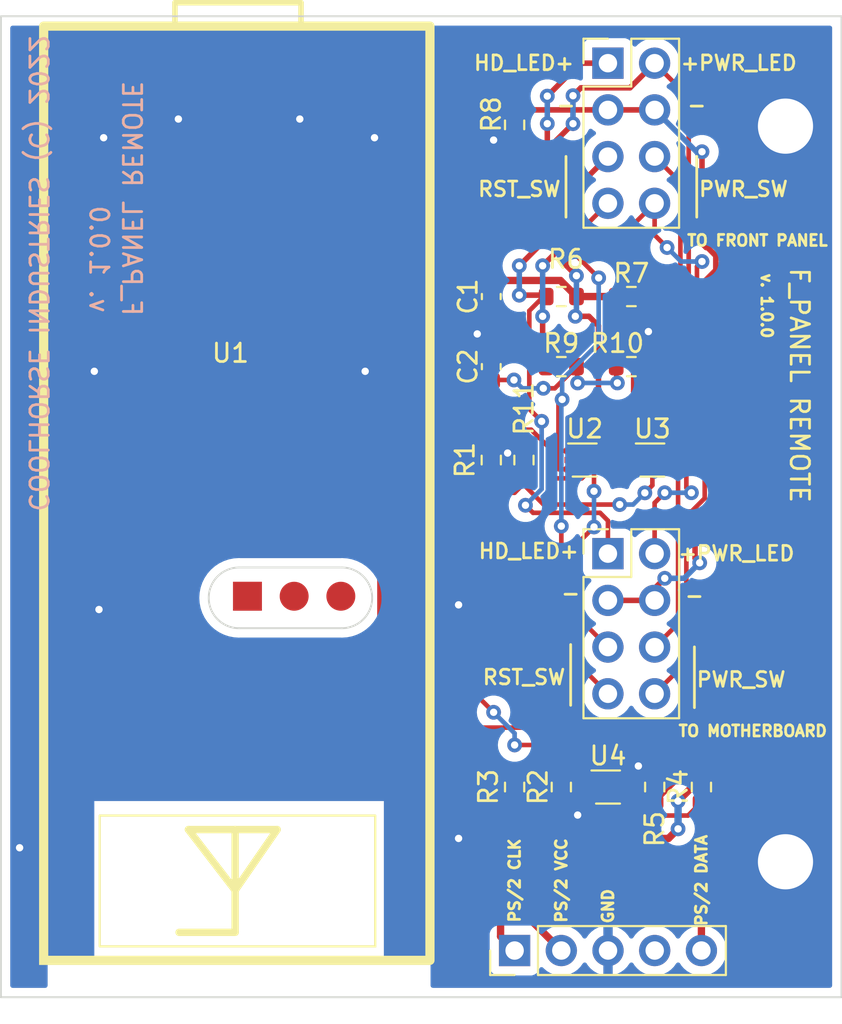
<source format=kicad_pcb>
(kicad_pcb (version 20211014) (generator pcbnew)
  (layers (0 "F.Cu" signal) (31 "B.Cu" signal) (34 "B.Paste" user) (35 "F.Paste" user) (36 "B.SilkS" user "B.Silkscreen") (37 "F.SilkS" user "F.Silkscreen") (38 "B.Mask" user) (39 "F.Mask" user) (44 "Edge.Cuts" user))
  (property "VERSION" "1.0.0")
  (net 0 "")
  (net 3 "HD_LED_SENS")
  (net 4 "GND")
  (net 5 "PWR_LED_SENS")
  (net 16 "Net-(J1-Pad3)")
  (net 25 "PS2_CLK")
  (net 26 "PS2_VCC")
  (net 35 "PS2_DATA")
  (net 37 "RESET_SW")
  (net 40 "PI_PS2_CLK")
  (net 41 "PI_PS2_DATA")
  (net 42 "POWER_SW")
  (net 47 "Net-(R6-Pad1)")
  (net 48 "Net-(R9-Pad1)")
  (net 49 "Net-(U2-Pad4)")
  (net 50 "Net-(U3-Pad4)")
  (net 51 "Net-(U2-Pad1)")
  (net 52 "Net-(U3-Pad1)")
  (footprint "Resistor_SMD:R_0603_1608Metric" (layer "F.Cu") (at 151.384 112.776 90)
    (fp_text reference "R3" (at 0 -1.43 90) (layer "F.SilkS"))
    (fp_text value "10K")
    (pad "1" smd roundrect (at -0.825 0 90) (size 0.8 0.95) (layers "F.Cu" "F.Paste" "F.Mask") (net 26 "PS2_VCC"))
    (pad "2" smd roundrect (at 0.825 0 90) (size 0.8 0.95) (layers "F.Cu" "F.Paste" "F.Mask") (net 25 "PS2_CLK"))
  )
  (footprint "Resistor_SMD:R_0603_1608Metric" (layer "F.Cu") (at 153.924 89.916)
    (fp_text reference "R9" (at 0 -1.27) (layer "F.SilkS"))
    (fp_text value "200K")
    (pad "1" smd roundrect (at -0.825 0) (size 0.8 0.95) (layers "F.Cu" "F.Paste" "F.Mask") (net 48 "Net-(R9-Pad1)"))
    (pad "2" smd roundrect (at 0.825 0) (size 0.8 0.95) (layers "F.Cu" "F.Paste" "F.Mask") (net 5 "PWR_LED_SENS"))
  )
  (footprint "Resistor_SMD:R_0603_1608Metric" (layer "F.Cu") (at 159.004 112.776 90)
    (fp_text reference "R5" (at -2.286 0 90) (layer "F.SilkS"))
    (fp_text value "100K")
    (pad "1" smd roundrect (at -0.825 0 90) (size 0.8 0.95) (layers "F.Cu" "F.Paste" "F.Mask") (net 41 "PI_PS2_DATA"))
    (pad "2" smd roundrect (at 0.825 0 90) (size 0.8 0.95) (layers "F.Cu" "F.Paste" "F.Mask") (net 4 "GND"))
  )
  (footprint "Connector_PinHeader_2.54mm:PinHeader_1x05_P2.54mm_Vertical" (layer "F.Cu") (at 151.384 121.666 90)
    (fp_text reference "J3" hide)
    (fp_text value "PS/2 HDR")
    (pad "1" thru_hole rect (at 0 0 90) (size 1.7 1.7) (drill 1) (layers *.Cu *.Mask) (net 25 "PS2_CLK"))
    (pad "2" thru_hole oval (at 0 2.54 90) (size 1.7 1.7) (drill 1) (layers *.Cu *.Mask) (net 26 "PS2_VCC"))
    (pad "3" thru_hole oval (at 0 5.08 90) (size 1.7 1.7) (drill 1) (layers *.Cu *.Mask) (net 4 "GND"))
    (pad "4" thru_hole oval (at 0 7.62 90) (size 1.7 1.7) (drill 1) (layers *.Cu *.Mask))
    (pad "5" thru_hole oval (at 0 10.16 90) (size 1.7 1.7) (drill 1) (layers *.Cu *.Mask) (net 35 "PS2_DATA"))
  )
  (footprint "Package_TO_SOT_SMD:SOT-563" (layer "F.Cu") (at 158.877 94.996)
    (fp_text reference "U3" (at 0 -1.7) (layer "F.SilkS"))
    (fp_text value "SSM6N44FE")
    (pad "1" smd rect (at -0.75 -0.5) (size 0.7 0.34) (layers "F.Cu" "F.Paste" "F.Mask") (net 52 "Net-(U3-Pad1)"))
    (pad "2" smd rect (at -0.75 0) (size 0.7 0.34) (layers "F.Cu" "F.Paste" "F.Mask") (net 42 "POWER_SW"))
    (pad "3" smd rect (at -0.75 0.5) (size 0.7 0.34) (layers "F.Cu" "F.Paste" "F.Mask") (net 52 "Net-(U3-Pad1)"))
    (pad "4" smd rect (at 0.75 0.5) (size 0.7 0.34) (layers "F.Cu" "F.Paste" "F.Mask") (net 50 "Net-(U3-Pad4)"))
    (pad "5" smd rect (at 0.75 0) (size 0.7 0.34) (layers "F.Cu" "F.Paste" "F.Mask") (net 42 "POWER_SW"))
    (pad "6" smd rect (at 0.75 -0.5) (size 0.7 0.34) (layers "F.Cu" "F.Paste" "F.Mask") (net 50 "Net-(U3-Pad4)"))
  )
  (footprint "Package_TO_SOT_SMD:SOT-563" (layer "F.Cu") (at 156.464 112.776)
    (fp_text reference "U4" (at 0 -1.7) (layer "F.SilkS"))
    (fp_text value "SSM6N44FE")
    (pad "1" smd rect (at -0.75 -0.5) (size 0.7 0.34) (layers "F.Cu" "F.Paste" "F.Mask") (net 25 "PS2_CLK"))
    (pad "2" smd rect (at -0.75 0) (size 0.7 0.34) (layers "F.Cu" "F.Paste" "F.Mask") (net 40 "PI_PS2_CLK"))
    (pad "3" smd rect (at -0.75 0.5) (size 0.7 0.34) (layers "F.Cu" "F.Paste" "F.Mask") (net 4 "GND"))
    (pad "4" smd rect (at 0.75 0.5) (size 0.7 0.34) (layers "F.Cu" "F.Paste" "F.Mask") (net 35 "PS2_DATA"))
    (pad "5" smd rect (at 0.75 0) (size 0.7 0.34) (layers "F.Cu" "F.Paste" "F.Mask") (net 41 "PI_PS2_DATA"))
    (pad "6" smd rect (at 0.75 -0.5) (size 0.7 0.34) (layers "F.Cu" "F.Paste" "F.Mask") (net 4 "GND"))
  )
  (footprint "Resistor_SMD:R_0603_1608Metric" (layer "F.Cu") (at 150.114 94.996 90)
    (fp_text reference "R1" (at 0 -1.43 90) (layer "F.SilkS"))
    (fp_text value "100K")
    (pad "1" smd roundrect (at -0.825 0 90) (size 0.8 0.95) (layers "F.Cu" "F.Paste" "F.Mask") (net 37 "RESET_SW"))
    (pad "2" smd roundrect (at 0.825 0 90) (size 0.8 0.95) (layers "F.Cu" "F.Paste" "F.Mask") (net 4 "GND"))
  )
  (footprint "Resistor_SMD:R_0603_1608Metric" (layer "F.Cu") (at 157.734 89.916)
    (fp_text reference "R10" (at -0.762 -1.27) (layer "F.SilkS"))
    (fp_text value "200K")
    (pad "1" smd roundrect (at -0.825 0) (size 0.8 0.95) (layers "F.Cu" "F.Paste" "F.Mask") (net 5 "PWR_LED_SENS"))
    (pad "2" smd roundrect (at 0.825 0) (size 0.8 0.95) (layers "F.Cu" "F.Paste" "F.Mask") (net 4 "GND"))
  )
  (footprint "Resistor_SMD:R_0603_1608Metric" (layer "F.Cu") (at 151.384 76.771 90)
    (fp_text reference "R8" (at 0.571 -1.27 90) (layer "F.SilkS"))
    (fp_text value "0R")
    (pad "1" smd roundrect (at -0.825 0 90) (size 0.8 0.95) (layers "F.Cu" "F.Paste" "F.Mask") (net 4 "GND"))
    (pad "2" smd roundrect (at 0.825 0 90) (size 0.8 0.95) (layers "F.Cu" "F.Paste" "F.Mask") (net 16 "Net-(J1-Pad3)"))
  )
  (footprint "Resistor_SMD:R_0603_1608Metric" (layer "F.Cu") (at 151.892 94.996 90)
    (fp_text reference "R11" (at 2.794 0 90) (layer "F.SilkS"))
    (fp_text value "100K")
    (pad "1" smd roundrect (at -0.825 0 90) (size 0.8 0.95) (layers "F.Cu" "F.Paste" "F.Mask") (net 42 "POWER_SW"))
    (pad "2" smd roundrect (at 0.825 0 90) (size 0.8 0.95) (layers "F.Cu" "F.Paste" "F.Mask") (net 4 "GND"))
  )
  (footprint "Capacitor_SMD:C_0603_1608Metric" (layer "F.Cu") (at 150.114 86.106 -90)
    (fp_text reference "C1" (at 0 1.27 90) (layer "F.SilkS"))
    (fp_text value "100nF")
    (pad "1" smd roundrect (at -0.775 0 270) (size 0.9 0.95) (layers "F.Cu" "F.Paste" "F.Mask") (net 3 "HD_LED_SENS"))
    (pad "2" smd roundrect (at 0.775 0 270) (size 0.9 0.95) (layers "F.Cu" "F.Paste" "F.Mask") (net 4 "GND"))
  )
  (footprint "Capacitor_SMD:C_0603_1608Metric" (layer "F.Cu") (at 150.114 89.916 90)
    (fp_text reference "C2" (at 0 -1.27 90) (layer "F.SilkS"))
    (fp_text value "100nF")
    (pad "1" smd roundrect (at -0.775 0 90) (size 0.9 0.95) (layers "F.Cu" "F.Paste" "F.Mask") (net 5 "PWR_LED_SENS"))
    (pad "2" smd roundrect (at 0.775 0 90) (size 0.9 0.95) (layers "F.Cu" "F.Paste" "F.Mask") (net 4 "GND"))
  )
  (footprint "Resistor_SMD:R_0603_1608Metric" (layer "F.Cu") (at 153.924 112.776 -90)
    (fp_text reference "R2" (at 0 1.27 90) (layer "F.SilkS"))
    (fp_text value "100K")
    (pad "1" smd roundrect (at -0.825 0 270) (size 0.8 0.95) (layers "F.Cu" "F.Paste" "F.Mask") (net 40 "PI_PS2_CLK"))
    (pad "2" smd roundrect (at 0.825 0 270) (size 0.8 0.95) (layers "F.Cu" "F.Paste" "F.Mask") (net 4 "GND"))
  )
  (footprint "Connector_PinHeader_2.54mm:PinHeader_2x04_P2.54mm_Vertical" (layer "F.Cu") (at 156.459 73.416)
    (fp_text reference "J1" hide)
    (fp_text value "Conn_02x04_Odd_Even")
    (pad "1" thru_hole rect (at 0 0) (size 1.7 1.7) (drill 1) (layers *.Cu *.Mask) (net 47 "Net-(R6-Pad1)"))
    (pad "2" thru_hole oval (at 2.54 0) (size 1.7 1.7) (drill 1) (layers *.Cu *.Mask) (net 48 "Net-(R9-Pad1)"))
    (pad "3" thru_hole oval (at 0 2.54) (size 1.7 1.7) (drill 1) (layers *.Cu *.Mask) (net 16 "Net-(J1-Pad3)"))
    (pad "4" thru_hole oval (at 2.54 2.54) (size 1.7 1.7) (drill 1) (layers *.Cu *.Mask) (net 16 "Net-(J1-Pad3)"))
    (pad "5" thru_hole oval (at 0 5.08) (size 1.7 1.7) (drill 1) (layers *.Cu *.Mask) (net 49 "Net-(U2-Pad4)"))
    (pad "6" thru_hole oval (at 2.54 5.08) (size 1.7 1.7) (drill 1) (layers *.Cu *.Mask) (net 50 "Net-(U3-Pad4)"))
    (pad "7" thru_hole oval (at 0 7.62) (size 1.7 1.7) (drill 1) (layers *.Cu *.Mask) (net 51 "Net-(U2-Pad1)"))
    (pad "8" thru_hole oval (at 2.54 7.62) (size 1.7 1.7) (drill 1) (layers *.Cu *.Mask) (net 52 "Net-(U3-Pad1)"))
  )
  (footprint "Resistor_SMD:R_0603_1608Metric" (layer "F.Cu") (at 153.924 86.106)
    (fp_text reference "R6" (at 0.254 -2.032) (layer "F.SilkS"))
    (fp_text value "200K")
    (pad "1" smd roundrect (at -0.825 0) (size 0.8 0.95) (layers "F.Cu" "F.Paste" "F.Mask") (net 47 "Net-(R6-Pad1)"))
    (pad "2" smd roundrect (at 0.825 0) (size 0.8 0.95) (layers "F.Cu" "F.Paste" "F.Mask") (net 3 "HD_LED_SENS"))
  )
  (footprint "components:pi_pico_w" (layer "F.Cu") (at 124.979 122.201)
    (fp_text reference "U1" (at 10.95 -33.02 unlocked) (layer "F.SilkS"))
    (fp_text value "pi_pico_w")
    (pad "1" smd roundrect (at 1.6 -49.63) (size 3.2 1.6) (layers "F.Cu" "F.Paste" "F.Mask") (roundrect_rratio 0.45) (chamfer_ratio 0) (chamfer top_left bottom_left))
    (pad "2" smd roundrect (at 1.6 -47.09) (size 3.2 1.6) (layers "F.Cu" "F.Paste" "F.Mask") (roundrect_rratio 0.45) (chamfer_ratio 0) (chamfer top_left bottom_left))
    (pad "3" smd roundrect (at 1.6 -44.55) (size 3.2 1.6) (layers "F.Cu" "F.Paste" "F.Mask") (roundrect_rratio 0.2) (chamfer_ratio 0) (chamfer top_left bottom_left) (net 4 "GND"))
    (pad "4" smd roundrect (at 1.6 -42.01) (size 3.2 1.6) (layers "F.Cu" "F.Paste" "F.Mask") (roundrect_rratio 0.45) (chamfer_ratio 0) (chamfer top_left bottom_left) (net 40 "PI_PS2_CLK"))
    (pad "5" smd roundrect (at 1.6 -39.47) (size 3.2 1.6) (layers "F.Cu" "F.Paste" "F.Mask") (roundrect_rratio 0.45) (chamfer_ratio 0) (chamfer top_left bottom_left) (net 41 "PI_PS2_DATA"))
    (pad "6" smd roundrect (at 1.6 -36.93) (size 3.2 1.6) (layers "F.Cu" "F.Paste" "F.Mask") (roundrect_rratio 0.45) (chamfer_ratio 0) (chamfer top_left bottom_left))
    (pad "7" smd roundrect (at 1.6 -34.39) (size 3.2 1.6) (layers "F.Cu" "F.Paste" "F.Mask") (roundrect_rratio 0.45) (chamfer_ratio 0) (chamfer top_left bottom_left))
    (pad "8" smd roundrect (at 1.6 -31.85) (size 3.2 1.6) (layers "F.Cu" "F.Paste" "F.Mask") (roundrect_rratio 0.2) (chamfer_ratio 0) (chamfer top_left bottom_left) (net 4 "GND"))
    (pad "9" smd roundrect (at 1.6 -29.31) (size 3.2 1.6) (layers "F.Cu" "F.Paste" "F.Mask") (roundrect_rratio 0.45) (chamfer_ratio 0) (chamfer top_left bottom_left))
    (pad "10" smd roundrect (at 1.6 -26.77) (size 3.2 1.6) (layers "F.Cu" "F.Paste" "F.Mask") (roundrect_rratio 0.45) (chamfer_ratio 0) (chamfer top_left bottom_left))
    (pad "11" smd roundrect (at 1.6 -24.23) (size 3.2 1.6) (layers "F.Cu" "F.Paste" "F.Mask") (roundrect_rratio 0.45) (chamfer_ratio 0) (chamfer top_left bottom_left))
    (pad "12" smd roundrect (at 1.6 -21.69) (size 3.2 1.6) (layers "F.Cu" "F.Paste" "F.Mask") (roundrect_rratio 0.45) (chamfer_ratio 0) (chamfer top_left bottom_left))
    (pad "13" smd roundrect (at 1.6 -19.15) (size 3.2 1.6) (layers "F.Cu" "F.Paste" "F.Mask") (roundrect_rratio 0.2) (chamfer_ratio 0) (chamfer top_left bottom_left) (net 4 "GND"))
    (pad "14" smd roundrect (at 1.6 -16.61) (size 3.2 1.6) (layers "F.Cu" "F.Paste" "F.Mask") (roundrect_rratio 0.45) (chamfer_ratio 0) (chamfer top_left bottom_left))
    (pad "15" smd roundrect (at 1.6 -14.07) (size 3.2 1.6) (layers "F.Cu" "F.Paste" "F.Mask") (roundrect_rratio 0.45) (chamfer_ratio 0) (chamfer top_left bottom_left))
    (pad "16" smd roundrect (at 1.6 -11.53) (size 3.2 1.6) (layers "F.Cu" "F.Paste" "F.Mask") (roundrect_rratio 0.45) (chamfer_ratio 0) (chamfer top_left bottom_left))
    (pad "17" smd roundrect (at 1.6 -8.99) (size 3.2 1.6) (layers "F.Cu" "F.Paste" "F.Mask") (roundrect_rratio 0.45) (chamfer_ratio 0) (chamfer top_left bottom_left))
    (pad "18" smd roundrect (at 1.6 -6.45) (size 3.2 1.6) (layers "F.Cu" "F.Paste" "F.Mask") (roundrect_rratio 0.2) (chamfer_ratio 0) (chamfer top_left bottom_left) (net 4 "GND"))
    (pad "19" smd roundrect (at 1.6 -3.91) (size 3.2 1.6) (layers "F.Cu" "F.Paste" "F.Mask") (roundrect_rratio 0.45) (chamfer_ratio 0) (chamfer top_left bottom_left))
    (pad "20" smd roundrect (at 1.6 -1.37) (size 3.2 1.6) (layers "F.Cu" "F.Paste" "F.Mask") (roundrect_rratio 0.45) (chamfer_ratio 0) (chamfer top_left bottom_left))
    (pad "21" smd roundrect (at 20.98 -1.37 180) (size 3.2 1.6) (layers "F.Cu" "F.Paste" "F.Mask") (roundrect_rratio 0.45) (chamfer_ratio 0) (chamfer top_left bottom_left))
    (pad "22" smd roundrect (at 20.98 -3.91 180) (size 3.2 1.6) (layers "F.Cu" "F.Paste" "F.Mask") (roundrect_rratio 0.45) (chamfer_ratio 0) (chamfer top_left bottom_left))
    (pad "23" smd roundrect (at 20.98 -6.45 180) (size 3.2 1.6) (layers "F.Cu" "F.Paste" "F.Mask") (roundrect_rratio 0.2) (chamfer_ratio 0) (chamfer top_left bottom_left) (net 4 "GND"))
    (pad "24" smd roundrect (at 20.98 -8.99 180) (size 3.2 1.6) (layers "F.Cu" "F.Paste" "F.Mask") (roundrect_rratio 0.45) (chamfer_ratio 0) (chamfer top_left bottom_left))
    (pad "25" smd roundrect (at 20.98 -11.53 180) (size 3.2 1.6) (layers "F.Cu" "F.Paste" "F.Mask") (roundrect_rratio 0.45) (chamfer_ratio 0) (chamfer top_left bottom_left))
    (pad "26" smd roundrect (at 20.98 -14.07 180) (size 3.2 1.6) (layers "F.Cu" "F.Paste" "F.Mask") (roundrect_rratio 0.45) (chamfer_ratio 0) (chamfer top_left bottom_left))
    (pad "27" smd roundrect (at 20.98 -16.61 180) (size 3.2 1.6) (layers "F.Cu" "F.Paste" "F.Mask") (roundrect_rratio 0.45) (chamfer_ratio 0) (chamfer top_left bottom_left) (net 37 "RESET_SW"))
    (pad "28" smd roundrect (at 20.98 -19.15 180) (size 3.2 1.6) (layers "F.Cu" "F.Paste" "F.Mask") (roundrect_rratio 0.2) (chamfer_ratio 0) (chamfer top_left bottom_left) (net 4 "GND"))
    (pad "29" smd roundrect (at 20.98 -21.69 180) (size 3.2 1.6) (layers "F.Cu" "F.Paste" "F.Mask") (roundrect_rratio 0.45) (chamfer_ratio 0) (chamfer top_left bottom_left) (net 42 "POWER_SW"))
    (pad "30" smd roundrect (at 20.98 -24.23 180) (size 3.2 1.6) (layers "F.Cu" "F.Paste" "F.Mask") (roundrect_rratio 0.45) (chamfer_ratio 0) (chamfer top_left bottom_left))
    (pad "31" smd roundrect (at 20.98 -26.77 180) (size 3.2 1.6) (layers "F.Cu" "F.Paste" "F.Mask") (roundrect_rratio 0.45) (chamfer_ratio 0) (chamfer top_left bottom_left) (net 3 "HD_LED_SENS"))
    (pad "32" smd roundrect (at 20.98 -29.31 180) (size 3.2 1.6) (layers "F.Cu" "F.Paste" "F.Mask") (roundrect_rratio 0.45) (chamfer_ratio 0) (chamfer top_left bottom_left) (net 5 "PWR_LED_SENS"))
    (pad "33" smd roundrect (at 20.98 -31.85 180) (size 3.2 1.6) (layers "F.Cu" "F.Paste" "F.Mask") (roundrect_rratio 0.2) (chamfer_ratio 0) (chamfer top_left bottom_left) (net 4 "GND"))
    (pad "34" smd roundrect (at 20.98 -34.39 180) (size 3.2 1.6) (layers "F.Cu" "F.Paste" "F.Mask") (roundrect_rratio 0.45) (chamfer_ratio 0) (chamfer top_left bottom_left))
    (pad "35" smd roundrect (at 20.98 -36.93 180) (size 3.2 1.6) (layers "F.Cu" "F.Paste" "F.Mask") (roundrect_rratio 0.45) (chamfer_ratio 0) (chamfer top_left bottom_left))
    (pad "36" smd roundrect (at 20.98 -39.47 180) (size 3.2 1.6) (layers "F.Cu" "F.Paste" "F.Mask") (roundrect_rratio 0.45) (chamfer_ratio 0) (chamfer top_left bottom_left))
    (pad "37" smd roundrect (at 20.98 -42.01 180) (size 3.2 1.6) (layers "F.Cu" "F.Paste" "F.Mask") (roundrect_rratio 0.45) (chamfer_ratio 0) (chamfer top_left bottom_left))
    (pad "38" smd roundrect (at 20.98 -44.55 180) (size 3.2 1.6) (layers "F.Cu" "F.Paste" "F.Mask") (roundrect_rratio 0.2) (chamfer_ratio 0) (chamfer top_left bottom_left) (net 4 "GND"))
    (pad "39" smd roundrect (at 20.98 -47.09 180) (size 3.2 1.6) (layers "F.Cu" "F.Paste" "F.Mask") (roundrect_rratio 0.45) (chamfer_ratio 0) (chamfer top_left bottom_left))
    (pad "40" smd roundrect (at 20.98 -49.63 180) (size 3.2 1.6) (layers "F.Cu" "F.Paste" "F.Mask") (roundrect_rratio 0.45) (chamfer_ratio 0) (chamfer top_left bottom_left))
    (pad "41" smd rect (at 11.8741 -19.8) (size 1.5748 1.5748) (layers "F.Cu" "F.Paste" "F.Mask"))
    (pad "42" smd circle (at 14.4141 -19.8) (size 1.5748 1.5748) (layers "F.Cu" "F.Paste" "F.Mask"))
    (pad "43" smd circle (at 16.9541 -19.8) (size 1.5748 1.5748) (layers "F.Cu" "F.Paste" "F.Mask"))
    (pad "44" smd roundrect (at 11.29 -46.5) (size 1.5 1.5) (layers "F.Cu" "F.Paste" "F.Mask") (roundrect_rratio 0.2) (net 4 "GND"))
    (pad "45" smd roundrect (at 12.29 -49.8) (size 1.5 1.5) (layers "F.Cu" "F.Paste" "F.Mask") (roundrect_rratio 0.2))
    (pad "46" smd roundrect (at 10.29 -49.8) (size 1.5 1.5) (layers "F.Cu" "F.Paste" "F.Mask") (roundrect_rratio 0.2))
    (pad "47" smd roundrect (at 8.565 -49.5) (size 1.1 1.8) (layers "F.Cu" "F.Paste" "F.Mask") (roundrect_rratio 0.5) (net 4 "GND"))
    (pad "48" smd roundrect (at 8.865 -46.47) (size 1.05 1.45) (layers "F.Cu" "F.Paste" "F.Mask") (roundrect_rratio 0.5) (net 4 "GND"))
    (pad "49" smd roundrect (at 14.015 -49.5) (size 1.1 1.8) (layers "F.Cu" "F.Paste" "F.Mask") (roundrect_rratio 0.5) (net 4 "GND"))
    (pad "50" smd roundrect (at 13.715 -46.47) (size 1.05 1.45) (layers "F.Cu" "F.Paste" "F.Mask") (roundrect_rratio 0.5) (net 4 "GND"))
    (pad "51" smd roundrect (at 8.79 -43) (size 1.5 1.5) (layers "F.Cu" "F.Paste" "F.Mask") (roundrect_rratio 0.2))
    (pad "52" smd roundrect (at 8.79 -40.5) (size 1.5 1.5) (layers "F.Cu" "F.Paste" "F.Mask") (roundrect_rratio 0.2))
    (pad "53" smd roundrect (at 8.79 -38) (size 1.5 1.5) (layers "F.Cu" "F.Paste" "F.Mask") (roundrect_rratio 0.2))
  )
  (footprint "Package_TO_SOT_SMD:SOT-563" (layer "F.Cu") (at 155.194 94.996)
    (fp_text reference "U2" (at 0 -1.7) (layer "F.SilkS"))
    (fp_text value "SSM6N44FE")
    (pad "1" smd rect (at -0.75 -0.5) (size 0.7 0.34) (layers "F.Cu" "F.Paste" "F.Mask") (net 51 "Net-(U2-Pad1)"))
    (pad "2" smd rect (at -0.75 0) (size 0.7 0.34) (layers "F.Cu" "F.Paste" "F.Mask") (net 37 "RESET_SW"))
    (pad "3" smd rect (at -0.75 0.5) (size 0.7 0.34) (layers "F.Cu" "F.Paste" "F.Mask") (net 51 "Net-(U2-Pad1)"))
    (pad "4" smd rect (at 0.75 0.5) (size 0.7 0.34) (layers "F.Cu" "F.Paste" "F.Mask") (net 49 "Net-(U2-Pad4)"))
    (pad "5" smd rect (at 0.75 0) (size 0.7 0.34) (layers "F.Cu" "F.Paste" "F.Mask") (net 37 "RESET_SW"))
    (pad "6" smd rect (at 0.75 -0.5) (size 0.7 0.34) (layers "F.Cu" "F.Paste" "F.Mask") (net 49 "Net-(U2-Pad4)"))
  )
  (footprint "Resistor_SMD:R_0603_1608Metric" (layer "F.Cu") (at 157.734 86.106)
    (fp_text reference "R7" (at 0 -1.27) (layer "F.SilkS"))
    (fp_text value "200K")
    (pad "1" smd roundrect (at -0.825 0) (size 0.8 0.95) (layers "F.Cu" "F.Paste" "F.Mask") (net 3 "HD_LED_SENS"))
    (pad "2" smd roundrect (at 0.825 0) (size 0.8 0.95) (layers "F.Cu" "F.Paste" "F.Mask") (net 4 "GND"))
  )
  (footprint "Resistor_SMD:R_0603_1608Metric" (layer "F.Cu") (at 161.544 112.776 -90)
    (fp_text reference "R4" (at 0 1.27 90) (layer "F.SilkS"))
    (fp_text value "10K")
    (pad "1" smd roundrect (at -0.825 0 270) (size 0.8 0.95) (layers "F.Cu" "F.Paste" "F.Mask") (net 26 "PS2_VCC"))
    (pad "2" smd roundrect (at 0.825 0 270) (size 0.8 0.95) (layers "F.Cu" "F.Paste" "F.Mask") (net 35 "PS2_DATA"))
  )
  (footprint "Connector_PinHeader_2.54mm:PinHeader_2x04_P2.54mm_Vertical" (layer "F.Cu") (at 156.459 100.086)
    (fp_text reference "J2" hide)
    (fp_text value "Conn_02x04_Odd_Even")
    (pad "1" thru_hole rect (at 0 0) (size 1.7 1.7) (drill 1) (layers *.Cu *.Mask) (net 47 "Net-(R6-Pad1)"))
    (pad "2" thru_hole oval (at 2.54 0) (size 1.7 1.7) (drill 1) (layers *.Cu *.Mask) (net 48 "Net-(R9-Pad1)"))
    (pad "3" thru_hole oval (at 0 2.54) (size 1.7 1.7) (drill 1) (layers *.Cu *.Mask) (net 16 "Net-(J1-Pad3)"))
    (pad "4" thru_hole oval (at 2.54 2.54) (size 1.7 1.7) (drill 1) (layers *.Cu *.Mask) (net 16 "Net-(J1-Pad3)"))
    (pad "5" thru_hole oval (at 0 5.08) (size 1.7 1.7) (drill 1) (layers *.Cu *.Mask) (net 49 "Net-(U2-Pad4)"))
    (pad "6" thru_hole oval (at 2.54 5.08) (size 1.7 1.7) (drill 1) (layers *.Cu *.Mask) (net 50 "Net-(U3-Pad4)"))
    (pad "7" thru_hole oval (at 0 7.62) (size 1.7 1.7) (drill 1) (layers *.Cu *.Mask) (net 51 "Net-(U2-Pad1)"))
    (pad "8" thru_hole oval (at 2.54 7.62) (size 1.7 1.7) (drill 1) (layers *.Cu *.Mask) (net 52 "Net-(U3-Pad1)"))
  )
  (gr_line (start 161.163 105.156) (end 161.163 108.458) (layer "F.SilkS") (width 0.15))
  (gr_line (start 154.432 105.029) (end 154.432 108.331) (layer "F.SilkS") (width 0.15))
  (gr_line (start 154.178 78.486) (end 154.178 81.788) (layer "F.SilkS") (width 0.15))
  (gr_line (start 161.29 78.486) (end 161.29 81.788) (layer "F.SilkS") (width 0.15))
  (gr_arc (start 141.986 100.838) (mid 143.637 102.489) (end 141.986 104.14) (layer "Edge.Cuts") (width 0.1))
  (gr_rect (start 123.444 70.866) (end 169.164 124.206) (layer "Edge.Cuts") (width 0.1) (fill none))
  (gr_arc (start 136.398 104.14) (mid 134.747 102.489) (end 136.398 100.838) (layer "Edge.Cuts") (width 0.1))
  (gr_line (start 141.986 100.838) (end 136.398 100.838) (layer "Edge.Cuts") (width 0.1))
  (gr_line (start 136.398 104.14) (end 141.986 104.14) (layer "Edge.Cuts") (width 0.1))
  (gr_text "F_PANEL REMOTE" (at 130.556 80.772 270) (layer "B.SilkS") (effects (font (size 1 1)) (justify mirror)))
  (gr_text "v. ${VERSION}" (at 128.778 84.074 270) (layer "B.SilkS") (effects (font (size 1 1)) (justify mirror)))
  (gr_text "COOLHORSE INDUSTRIES (C) 2022" (at 125.476 84.836 270) (layer "B.SilkS") (effects (font (size 1 1)) (justify mirror)))
  (gr_text "TO MOTHERBOARD" (at 164.338 109.728) (layer "F.SilkS") (effects (font (size 0.6 0.6))))
  (gr_text "+PWR_LED" (at 163.449 100.076) (layer "F.SilkS") (effects (font (size 0.8 0.8))))
  (gr_text "v. ${VERSION}" (at 165.1 86.614 270) (layer "F.SilkS") (effects (font (size 0.6 0.6))))
  (gr_text "GND" (at 156.464 119.253 90) (layer "F.SilkS") (effects (font (size 0.6 0.6))))
  (gr_text "RST_SW" (at 151.892 106.807) (layer "F.SilkS") (effects (font (size 0.8 0.8))))
  (gr_text "PS/2 DATA" (at 161.544 117.856 90) (layer "F.SilkS") (effects (font (size 0.6 0.6))))
  (gr_text "-" (at 154.432 102.235) (layer "F.SilkS") (effects (font (size 0.8 0.8))))
  (gr_text "TO FRONT PANEL" (at 164.592 83.058) (layer "F.SilkS") (effects (font (size 0.6 0.6))))
  (gr_text "PWR_SW" (at 163.703 106.934) (layer "F.SilkS") (effects (font (size 0.8 0.8))))
  (gr_text "PS/2 CLK" (at 151.384 117.856 90) (layer "F.SilkS") (effects (font (size 0.6 0.6))))
  (gr_text "PWR_SW" (at 163.83 80.264) (layer "F.SilkS") (effects (font (size 0.8 0.8))))
  (gr_text "-" (at 154.178 75.692) (layer "F.SilkS") (effects (font (size 0.8 0.8))))
  (gr_text "+PWR_LED" (at 163.576 73.406) (layer "F.SilkS") (effects (font (size 0.8 0.8))))
  (gr_text "PS/2 VCC" (at 153.924 117.856 90) (layer "F.SilkS") (effects (font (size 0.6 0.6))))
  (gr_text "F_PANEL REMOTE" (at 166.878 90.932 270) (layer "F.SilkS") (effects (font (size 1 1))))
  (gr_text "-" (at 161.163 102.362) (layer "F.SilkS") (effects (font (size 0.8 0.8))))
  (gr_text "-" (at 161.29 75.692) (layer "F.SilkS") (effects (font (size 0.8 0.8))))
  (gr_text "RST_SW" (at 151.638 80.264) (layer "F.SilkS") (effects (font (size 0.8 0.8))))
  (gr_text "HD_LED+" (at 152.146 99.949) (layer "F.SilkS") (effects (font (size 0.8 0.8))))
  (gr_text "HD_LED+" (at 151.892 73.406) (layer "F.SilkS") (effects (font (size 0.8 0.8))))
  (segment (start 142.24 86.36) (end 144.526 84.074) (width 0.25) (layer "F.Cu") (net 3))
  (segment (start 153.874 85.231) (end 150.214 85.231) (width 0.4) (layer "F.Cu") (net 3))
  (segment (start 150.214 85.231) (end 150.114 85.331) (width 0.4) (layer "F.Cu") (net 3))
  (segment (start 154.749 86.106) (end 153.874 85.231) (width 0.4) (layer "F.Cu") (net 3))
  (segment (start 144.526 84.074) (end 148.857 84.074) (width 0.25) (layer "F.Cu") (net 3))
  (segment (start 142.24 91.712) (end 142.24 86.36) (width 0.25) (layer "F.Cu") (net 3))
  (segment (start 145.959 95.431) (end 142.24 91.712) (width 0.25) (layer "F.Cu") (net 3))
  (segment (start 148.857 84.074) (end 150.114 85.331) (width 0.25) (layer "F.Cu") (net 3))
  (segment (start 154.749 86.106) (end 156.909 86.106) (width 0.4) (layer "F.Cu") (net 3))
  (segment (start 138.694 75.731) (end 138.977 75.731) (width 0.7) (layer "F.Cu") (net 4))
  (segment (start 145.959 115.751) (end 148.155 115.751) (width 1) (layer "F.Cu") (net 4))
  (segment (start 157.472 112.276) (end 158.115 111.633) (width 0.25) (layer "F.Cu") (net 4))
  (segment (start 150.114 94.171) (end 151.892 94.171) (width 0.4) (layer "F.Cu") (net 4))
  (segment (start 151.384 77.596) (end 150.242 77.596) (width 0.4) (layer "F.Cu") (net 4))
  (segment (start 158.433 111.951) (end 158.115 111.633) (width 0.4) (layer "F.Cu") (net 4))
  (segment (start 128.343 90.351) (end 128.524 90.17) (width 1) (layer "F.Cu") (net 4))
  (segment (start 128.851 77.651) (end 129.032 77.47) (width 1) (layer "F.Cu") (net 4))
  (segment (start 150.114 87.884) (end 149.86 88.138) (width 0.7) (layer "F.Cu") (net 4))
  (segment (start 158.559 89.916) (end 158.559 88.075) (width 0.25) (layer "F.Cu") (net 4))
  (segment (start 136.269 75.701) (end 138.664 75.701) (width 0.7) (layer "F.Cu") (net 4))
  (segment (start 133.819 75.731) (end 133.096 76.454) (width 0.7) (layer "F.Cu") (net 4))
  (segment (start 126.579 115.751) (end 124.787 115.751) (width 0.7) (layer "F.Cu") (net 4))
  (segment (start 150.114 89.141) (end 150.114 87.884) (width 0.7) (layer "F.Cu") (net 4))
  (segment (start 151.003 94.615) (end 150.114 94.107) (width 0.4) (layer "F.Cu") (net 4))
  (segment (start 126.579 77.651) (end 128.851 77.651) (width 1) (layer "F.Cu") (net 4))
  (segment (start 143.437 90.351) (end 143.256 90.17) (width 1) (layer "F.Cu") (net 4))
  (segment (start 158.559 88.075) (end 158.559 86.106) (width 0.25) (layer "F.Cu") (net 4))
  (segment (start 138.977 75.731) (end 139.7 76.454) (width 0.7) (layer "F.Cu") (net 4))
  (segment (start 139.7 73.407) (end 138.994 72.701) (width 0.7) (layer "F.Cu") (net 4))
  (segment (start 132.588 75.438) (end 132.588 73.657) (width 0.7) (layer "F.Cu") (net 4))
  (segment (start 138.664 75.701) (end 138.694 75.731) (width 0.7) (layer "F.Cu") (net 4))
  (segment (start 155.714 113.399) (end 154.813 114.3) (width 0.25) (layer "F.Cu") (net 4))
  (segment (start 128.705 103.051) (end 128.778 103.124) (width 0.7) (layer "F.Cu") (net 4))
  (segment (start 150.114 87.884) (end 150.114 86.881) (width 0.7) (layer "F.Cu") (net 4))
  (segment (start 132.588 73.657) (end 133.544 72.701) (width 0.7) (layer "F.Cu") (net 4))
  (segment (start 133.844 75.731) (end 133.819 75.731) (width 0.7) (layer "F.Cu") (net 4))
  (segment (start 149.86 88.138) (end 149.352 88.138) (width 0.7) (layer "F.Cu") (net 4))
  (segment (start 139.7 74.725) (end 139.7 73.407) (width 0.7) (layer "F.Cu") (net 4))
  (segment (start 145.959 103.051) (end 148.155 103.051) (width 1) (layer "F.Cu") (net 4))
  (segment (start 148.155 115.751) (end 148.336 115.57) (width 1) (layer "F.Cu") (net 4))
  (segment (start 148.155 103.051) (end 148.336 102.87) (width 1) (layer "F.Cu") (net 4))
  (segment (start 150.114 94.107) (end 150.114 94.171) (width 0.4) (layer "F.Cu") (net 4))
  (segment (start 145.959 90.351) (end 143.437 90.351) (width 1) (layer "F.Cu") (net 4))
  (segment (start 159.004 111.951) (end 158.433 111.951) (width 0.4) (layer "F.Cu") (net 4))
  (segment (start 145.959 77.651) (end 143.945 77.651) (width 1) (layer "F.Cu") (net 4))
  (segment (start 136.239 75.731) (end 136.269 75.701) (width 0.7) (layer "F.Cu") (net 4))
  (segment (start 158.5965 88.075) (end 158.6605 88.011) (width 0.25) (layer "F.Cu") (net 4))
  (segment (start 126.579 90.351) (end 128.343 90.351) (width 1) (layer "F.Cu") (net 4))
  (segment (start 126.579 103.051) (end 128.705 103.051) (width 0.7) (layer "F.Cu") (net 4))
  (segment (start 143.945 77.651) (end 143.764 77.47) (width 1) (layer "F.Cu") (net 4))
  (segment (start 153.924 113.601) (end 154.114 113.601) (width 0.4) (layer "F.Cu") (net 4))
  (segment (start 132.881 75.731) (end 132.588 75.438) (width 0.7) (layer "F.Cu") (net 4))
  (segment (start 158.559 88.075) (end 158.5965 88.075) (width 0.25) (layer "F.Cu") (net 4))
  (segment (start 124.787 115.751) (end 124.46 116.078) (width 0.7) (layer "F.Cu") (net 4))
  (segment (start 157.214 112.276) (end 157.472 112.276) (width 0.25) (layer "F.Cu") (net 4))
  (segment (start 155.714 113.276) (end 155.714 113.399) (width 0.25) (layer "F.Cu") (net 4))
  (segment (start 138.694 75.731) (end 139.7 74.725) (width 0.7) (layer "F.Cu") (net 4))
  (segment (start 150.242 77.596) (end 150.241 77.597) (width 0.4) (layer "F.Cu") (net 4))
  (segment (start 133.844 75.731) (end 136.239 75.731) (width 0.7) (layer "F.Cu") (net 4))
  (segment (start 133.844 75.731) (end 132.881 75.731) (width 0.7) (layer "F.Cu") (net 4))
  (segment (start 154.114 113.601) (end 154.813 114.3) (width 0.4) (layer "F.Cu") (net 4))
  (via (at 143.256 90.17) (size 0.8) (drill 0.4) (layers "F.Cu" "B.Cu") (net 4))
  (via (at 166.116 116.84) (size 5) (drill 3) (layers "F.Cu" "B.Cu") (net 4))
  (via (at 150.241 77.597) (size 0.8) (drill 0.4) (layers "F.Cu" "B.Cu") (net 4))
  (via (at 158.6605 88.011) (size 0.8) (drill 0.4) (layers "F.Cu" "B.Cu") (net 4))
  (via (at 139.7 76.454) (size 0.8) (drill 0.4) (layers "F.Cu" "B.Cu") (net 4))
  (via (at 151.003 94.615) (size 0.8) (drill 0.4) (layers "F.Cu" "B.Cu") (net 4))
  (via (at 166.116 76.84) (size 5) (drill 3) (layers "F.Cu" "B.Cu") (net 4))
  (via (at 128.524 90.17) (size 0.8) (drill 0.4) (layers "F.Cu" "B.Cu") (net 4))
  (via (at 129.032 77.47) (size 0.8) (drill 0.4) (layers "F.Cu" "B.Cu") (net 4))
  (via (at 133.096 76.454) (size 0.8) (drill 0.4) (layers "F.Cu" "B.Cu") (net 4))
  (via (at 148.336 102.87) (size 0.8) (drill 0.4) (layers "F.Cu" "B.Cu") (net 4))
  (via (at 148.336 115.57) (size 0.8) (drill 0.4) (layers "F.Cu" "B.Cu") (net 4))
  (via (at 128.778 103.124) (size 0.8) (drill 0.4) (layers "F.Cu" "B.Cu") (net 4))
  (via (at 124.46 116.078) (size 0.8) (drill 0.4) (layers "F.Cu" "B.Cu") (net 4))
  (via (at 154.813 114.3) (size 0.8) (drill 0.4) (layers "F.Cu" "B.Cu") (net 4))
  (via (at 158.115 111.633) (size 0.8) (drill 0.4) (layers "F.Cu" "B.Cu") (net 4))
  (via (at 143.764 77.47) (size 0.8) (drill 0.4) (layers "F.Cu" "B.Cu") (net 4))
  (via (at 149.352 88.138) (size 0.8) (drill 0.4) (layers "F.Cu" "B.Cu") (net 4))
  (segment (start 147.914 92.891) (end 145.959 92.891) (width 0.4) (layer "F.Cu") (net 5))
  (segment (start 150.114 90.691) (end 147.914 92.891) (width 0.4) (layer "F.Cu") (net 5))
  (segment (start 156.909 90.5645) (end 156.909 89.916) (width 0.25) (layer "F.Cu") (net 5))
  (segment (start 151.348201 90.642201) (end 150.162799 90.642201) (width 0.25) (layer "F.Cu") (net 5))
  (segment (start 154.813 90.805) (end 154.749 89.916) (width 0.25) (layer "F.Cu") (net 5))
  (segment (start 150.162799 90.642201) (end 150.114 90.691) (width 0.25) (layer "F.Cu") (net 5))
  (segment (start 156.972 90.805) (end 156.909 90.5645) (width 0.25) (layer "F.Cu") (net 5))
  (segment (start 153.5697 91.0953) (end 152.9443 91.0953) (width 0.25) (layer "F.Cu") (net 5))
  (segment (start 154.749 89.916) (end 153.5697 91.0953) (width 0.25) (layer "F.Cu") (net 5))
  (via (at 151.348201 90.642201) (size 0.8) (drill 0.4) (layers "F.Cu" "B.Cu") (net 5))
  (via (at 152.9443 91.0953) (size 0.8) (drill 0.4) (layers "F.Cu" "B.Cu") (net 5))
  (via (at 154.813 90.805) (size 0.8) (drill 0.4) (layers "F.Cu" "B.Cu") (net 5))
  (via (at 156.972 90.805) (size 0.8) (drill 0.4) (layers "F.Cu" "B.Cu") (net 5))
  (segment (start 151.8013 91.0953) (end 151.348201 90.642201) (width 0.25) (layer "B.Cu") (net 5))
  (segment (start 152.9443 91.0953) (end 151.8013 91.0953) (width 0.25) (layer "B.Cu") (net 5))
  (segment (start 156.972 90.805) (end 154.813 90.805) (width 0.25) (layer "B.Cu") (net 5))
  (segment (start 161.544 83.185) (end 161.544 82.8355) (width 0.3) (layer "F.Cu") (net 16))
  (segment (start 162.1985 95.348748) (end 161.776 94.926249) (width 0.3) (layer "F.Cu") (net 16))
  (segment (start 161.776 94.926249) (end 161.776 85.217) (width 0.3) (layer "F.Cu") (net 16))
  (segment (start 162.3255 84.6675) (end 162.3255 83.890339) (width 0.3) (layer "F.Cu") (net 16))
  (segment (start 161.798 83.439) (end 161.544 83.185) (width 0.3) (layer "F.Cu") (net 16))
  (segment (start 158.999 102.626) (end 156.459 102.626) (width 0.3) (layer "F.Cu") (net 16))
  (segment (start 161.4485 100.584) (end 161.199 100.3345) (width 0.3) (layer "F.Cu") (net 16))
  (segment (start 156.459 75.956) (end 151.394 75.956) (width 0.3) (layer "F.Cu") (net 16))
  (segment (start 161.5755 82.804) (end 161.5755 78.232) (width 0.3) (layer "F.Cu") (net 16))
  (segment (start 158.999 75.956) (end 156.459 75.956) (width 0.3) (layer "F.Cu") (net 16))
  (segment (start 161.874161 83.439) (end 161.798 83.439) (width 0.3) (layer "F.Cu") (net 16))
  (segment (start 161.199 98.298) (end 162.1985 97.2985) (width 0.3) (layer "F.Cu") (net 16))
  (segment (start 161.544 82.8355) (end 161.5755 82.804) (width 0.3) (layer "F.Cu") (net 16))
  (segment (start 162.1985 97.2985) (end 162.1985 95.348748) (width 0.3) (layer "F.Cu") (net 16))
  (segment (start 158.999 101.977396) (end 159.5495 101.426896) (width 0.3) (layer "F.Cu") (net 16))
  (segment (start 162.3255 83.890339) (end 161.874161 83.439) (width 0.3) (layer "F.Cu") (net 16))
  (segment (start 158.999 102.626) (end 158.999 101.977396) (width 0.3) (layer "F.Cu") (net 16))
  (segment (start 161.776 85.217) (end 162.3255 84.6675) (width 0.3) (layer "F.Cu") (net 16))
  (segment (start 151.394 75.956) (end 151.384 75.946) (width 0.3) (layer "F.Cu") (net 16))
  (segment (start 161.199 100.3345) (end 161.199 98.298) (width 0.3) (layer "F.Cu") (net 16))
  (via (at 161.4485 100.584) (size 0.8) (drill 0.4) (layers "F.Cu" "B.Cu") (net 16))
  (via (at 161.5755 78.232) (size 0.8) (drill 0.4) (layers "F.Cu" "B.Cu") (net 16))
  (via (at 159.5495 101.426896) (size 0.8) (drill 0.4) (layers "F.Cu" "B.Cu") (net 16))
  (segment (start 160.605604 101.426896) (end 161.4485 100.584) (width 0.3) (layer "B.Cu") (net 16))
  (segment (start 161.275 78.232) (end 158.999 75.956) (width 0.3) (layer "B.Cu") (net 16))
  (segment (start 159.5495 101.426896) (end 160.605604 101.426896) (width 0.3) (layer "B.Cu") (net 16))
  (segment (start 161.5755 78.232) (end 161.275 78.232) (width 0.3) (layer "B.Cu") (net 16))
  (segment (start 154.799 112.676) (end 155.199 112.276) (width 0.25) (layer "F.Cu") (net 25))
  (segment (start 151.384 121.666) (end 150.6201 120.9021) (width 0.4) (layer "F.Cu") (net 25))
  (segment (start 150.6201 112.7149) (end 151.384 111.951) (width 0.4) (layer "F.Cu") (net 25))
  (segment (start 151.384 111.951) (end 152.109 112.676) (width 0.25) (layer "F.Cu") (net 25))
  (segment (start 150.6201 120.9021) (end 150.6201 112.7149) (width 0.4) (layer "F.Cu") (net 25))
  (segment (start 155.199 112.276) (end 155.714 112.276) (width 0.25) (layer "F.Cu") (net 25))
  (segment (start 152.109 112.676) (end 154.799 112.676) (width 0.25) (layer "F.Cu") (net 25))
  (segment (start 159.7545 115.57) (end 153.353 115.57) (width 0.4) (layer "F.Cu") (net 26))
  (segment (start 153.353 115.57) (end 151.384 113.601) (width 0.4) (layer "F.Cu") (net 26))
  (segment (start 153.924 121.666) (end 151.384 119.126) (width 0.4) (layer "F.Cu") (net 26))
  (segment (start 161.544 111.951) (end 161.544 112.268) (width 0.4) (layer "F.Cu") (net 26))
  (segment (start 160.274 115.0505) (end 159.7545 115.57) (width 0.4) (layer "F.Cu") (net 26))
  (segment (start 151.384 119.126) (end 151.384 113.601) (width 0.4) (layer "F.Cu") (net 26))
  (segment (start 161.544 112.268) (end 160.274 113.538) (width 0.4) (layer "F.Cu") (net 26))
  (via (at 160.274 115.0505) (size 0.8) (drill 0.4) (layers "F.Cu" "B.Cu") (net 26))
  (via (at 160.274 113.538) (size 0.8) (drill 0.4) (layers "F.Cu" "B.Cu") (net 26))
  (segment (start 160.274 113.538) (end 160.274 115.0505) (width 0.4) (layer "B.Cu") (net 26))
  (segment (start 158.264 114.326) (end 157.214 113.276) (width 0.25) (layer "F.Cu") (net 35))
  (segment (start 161.544 121.666) (end 161.544 113.601) (width 0.4) (layer "F.Cu") (net 35))
  (segment (start 160.819 114.326) (end 158.264 114.326) (width 0.25) (layer "F.Cu") (net 35))
  (segment (start 161.544 113.601) (end 160.819 114.326) (width 0.25) (layer "F.Cu") (net 35))
  (segment (start 144.034 105.266) (end 144.359 105.591) (width 0.25) (layer "F.Cu") (net 37))
  (segment (start 144.454 96.846) (end 144.034 97.266) (width 0.25) (layer "F.Cu") (net 37))
  (segment (start 144.034 97.266) (end 144.034 105.266) (width 0.25) (layer "F.Cu") (net 37))
  (segment (start 144.359 105.591) (end 145.959 105.591) (width 0.25) (layer "F.Cu") (net 37))
  (segment (start 153.319 95.677396) (end 153.632604 95.991) (width 0.25) (layer "F.Cu") (net 37))
  (segment (start 149.314 94.588462) (end 149.314 93.753538) (width 0.25) (layer "F.Cu") (net 37))
  (segment (start 150.495 95.44) (end 150.495 95.132305) (width 0.25) (layer "F.Cu") (net 37))
  (segment (start 150.490347 95.127652) (end 149.85319 95.127652) (width 0.25) (layer "F.Cu") (net 37))
  (segment (start 155.194 95.833) (end 155.194 94.996) (width 0.25) (layer "F.Cu") (net 37))
  (segment (start 153.319 94.380538) (end 153.319 95.677396) (width 0.25) (layer "F.Cu") (net 37))
  (segment (start 149.85319 95.127652) (end 149.314 94.588462) (width 0.25) (layer "F.Cu") (net 37))
  (segment (start 150.114 95.821) (end 150.495 95.44) (width 0.25) (layer "F.Cu") (net 37))
  (segment (start 155.036 95.991) (end 155.194 95.833) (width 0.25) (layer "F.Cu") (net 37))
  (segment (start 155.944 94.996) (end 154.444 94.996) (width 0.25) (layer "F.Cu") (net 37))
  (segment (start 150.114 95.821) (end 149.089 96.846) (width 0.25) (layer "F.Cu") (net 37))
  (segment (start 150.495 95.132305) (end 150.490347 95.127652) (width 0.25) (layer "F.Cu") (net 37))
  (segment (start 149.722538 93.345) (end 152.283462 93.345) (width 0.25) (layer "F.Cu") (net 37))
  (segment (start 152.283462 93.345) (end 153.319 94.380538) (width 0.25) (layer "F.Cu") (net 37))
  (segment (start 153.632604 95.991) (end 155.036 95.991) (width 0.25) (layer "F.Cu") (net 37))
  (segment (start 149.314 93.753538) (end 149.722538 93.345) (width 0.25) (layer "F.Cu") (net 37))
  (segment (start 149.089 96.846) (end 144.454 96.846) (width 0.25) (layer "F.Cu") (net 37))
  (segment (start 152.463 110.49) (end 151.384 110.49) (width 0.25) (layer "F.Cu") (net 40))
  (segment (start 150.241 108.712) (end 148.245 106.716) (width 0.25) (layer "F.Cu") (net 40))
  (segment (start 153.924 111.951) (end 152.463 110.49) (width 0.25) (layer "F.Cu") (net 40))
  (segment (start 156.384 112.776) (end 155.714 112.776) (width 0.25) (layer "F.Cu") (net 40))
  (segment (start 154.094 111.781) (end 156.369 111.781) (width 0.25) (layer "F.Cu") (net 40))
  (segment (start 156.389 111.801) (end 156.389 112.771) (width 0.25) (layer "F.Cu") (net 40))
  (segment (start 131.387 105.098) (end 131.387 84.999) (width 0.25) (layer "F.Cu") (net 40))
  (segment (start 131.387 84.999) (end 126.579 80.191) (width 0.25) (layer "F.Cu") (net 40))
  (segment (start 156.369 111.781) (end 156.389 111.801) (width 0.25) (layer "F.Cu") (net 40))
  (segment (start 153.924 111.951) (end 154.094 111.781) (width 0.25) (layer "F.Cu") (net 40))
  (segment (start 148.245 106.716) (end 133.005 106.716) (width 0.25) (layer "F.Cu") (net 40))
  (segment (start 133.005 106.716) (end 131.387 105.098) (width 0.25) (layer "F.Cu") (net 40))
  (segment (start 156.389 112.771) (end 156.384 112.776) (width 0.25) (layer "F.Cu") (net 40))
  (via (at 151.384 110.49) (size 0.8) (drill 0.4) (layers "F.Cu" "B.Cu") (net 40))
  (via (at 150.241 108.712) (size 0.8) (drill 0.4) (layers "F.Cu" "B.Cu") (net 40))
  (segment (start 151.384 109.855) (end 150.241 108.712) (width 0.25) (layer "B.Cu") (net 40))
  (segment (start 151.384 110.49) (end 151.384 109.855) (width 0.25) (layer "B.Cu") (net 40))
  (segment (start 159.004 113.601) (end 158.179 112.776) (width 0.25) (layer "F.Cu") (net 41))
  (segment (start 130.937 87.089) (end 130.937 105.41) (width 0.25) (layer "F.Cu") (net 41))
  (segment (start 160.02 111.749538) (end 160.02 112.585) (width 0.25) (layer "F.Cu") (net 41))
  (segment (start 126.579 82.731) (end 130.937 87.089) (width 0.25) (layer "F.Cu") (net 41))
  (segment (start 135.073 109.546) (end 157.816462 109.546) (width 0.25) (layer "F.Cu") (net 41))
  (segment (start 160.02 112.585) (end 159.004 113.601) (width 0.25) (layer "F.Cu") (net 41))
  (segment (start 130.937 105.41) (end 135.073 109.546) (width 0.25) (layer "F.Cu") (net 41))
  (segment (start 157.816462 109.546) (end 160.02 111.749538) (width 0.25) (layer "F.Cu") (net 41))
  (segment (start 158.179 112.776) (end 157.214 112.776) (width 0.25) (layer "F.Cu") (net 41))
  (segment (start 149.987 96.774) (end 151.384 96.774) (width 0.25) (layer "F.Cu") (net 42))
  (segment (start 151.384 96.774) (end 151.892 96.266) (width 0.25) (layer "F.Cu") (net 42))
  (segment (start 152.96073 97.416049) (end 151.892 96.347319) (width 0.25) (layer "F.Cu") (net 42))
  (segment (start 158.877 94.996) (end 158.127 94.996) (width 0.25) (layer "F.Cu") (net 42))
  (segment (start 158.877 96.370125) (end 158.46715 96.779975) (width 0.25) (layer "F.Cu") (net 42))
  (segment (start 158.877 94.996) (end 158.877 96.370125) (width 0.25) (layer "F.Cu") (net 42))
  (segment (start 157.097451 97.416049) (end 152.96073 97.416049) (width 0.25) (layer "F.Cu") (net 42))
  (segment (start 148.336 99.734) (end 148.336 98.425) (width 0.25) (layer "F.Cu") (net 42))
  (segment (start 151.892 96.347319) (end 151.892 95.821) (width 0.25) (layer "F.Cu") (net 42))
  (segment (start 145.959 100.511) (end 147.559 100.511) (width 0.25) (layer "F.Cu") (net 42))
  (segment (start 151.892 96.266) (end 151.892 95.821) (width 0.25) (layer "F.Cu") (net 42))
  (segment (start 147.559 100.511) (end 148.336 99.734) (width 0.25) (layer "F.Cu") (net 42))
  (segment (start 159.627 94.996) (end 158.877 94.996) (width 0.25) (layer "F.Cu") (net 42))
  (segment (start 148.336 98.425) (end 149.987 96.774) (width 0.25) (layer "F.Cu") (net 42))
  (via (at 157.097451 97.416049) (size 0.8) (drill 0.4) (layers "F.Cu" "B.Cu") (net 42))
  (via (at 158.46715 96.779975) (size 0.8) (drill 0.4) (layers "F.Cu" "B.Cu") (net 42))
  (segment (start 158.46715 96.779975) (end 157.831076 97.416049) (width 0.25) (layer "B.Cu") (net 42))
  (segment (start 157.831076 97.416049) (end 157.097451 97.416049) (width 0.25) (layer "B.Cu") (net 42))
  (segment (start 152.957195 86.106) (end 153.099 86.106) (width 0.25) (layer "F.Cu") (net 47))
  (segment (start 154.9525 73.416) (end 153.162 75.2065) (width 0.3) (layer "F.Cu") (net 47))
  (segment (start 153.162 76.7055) (end 153.162 82.9075) (width 0.3) (layer "F.Cu") (net 47))
  (segment (start 152.183 92.21994) (end 152.183 86.880195) (width 0.25) (layer "F.Cu") (net 47))
  (segment (start 156.459 73.416) (end 154.9525 73.416) (width 0.3) (layer "F.Cu") (net 47))
  (segment (start 156.459 100.086) (end 156.459 98.293) (width 0.25) (layer "F.Cu") (net 47))
  (segment (start 152.183 86.880195) (end 152.957195 86.106) (width 0.25) (layer "F.Cu") (net 47))
  (segment (start 156.032049 97.866049) (end 152.386131 97.866049) (width 0.25) (layer "F.Cu") (net 47))
  (segment (start 152.386131 97.866049) (end 151.97404 97.453959) (width 0.25) (layer "F.Cu") (net 47))
  (segment (start 152.85403 92.89097) (end 152.183 92.21994) (width 0.25) (layer "F.Cu") (net 47))
  (segment (start 151.638 86.0305) (end 153.0235 86.0305) (width 0.3) (layer "F.Cu") (net 47))
  (segment (start 153.0235 86.0305) (end 153.099 86.106) (width 0.3) (layer "F.Cu") (net 47))
  (segment (start 156.459 98.293) (end 156.032049 97.866049) (width 0.25) (layer "F.Cu") (net 47))
  (segment (start 153.162 82.9075) (end 151.638 84.4315) (width 0.3) (layer "F.Cu") (net 47))
  (via (at 151.638 86.0305) (size 0.8) (drill 0.4) (layers "F.Cu" "B.Cu") (net 47))
  (via (at 153.162 75.2065) (size 0.8) (drill 0.4) (layers "F.Cu" "B.Cu") (net 47))
  (via (at 152.85403 92.89097) (size 0.8) (drill 0.4) (layers "F.Cu" "B.Cu") (net 47))
  (via (at 151.638 84.4315) (size 0.8) (drill 0.4) (layers "F.Cu" "B.Cu") (net 47))
  (via (at 153.162 76.7055) (size 0.8) (drill 0.4) (layers "F.Cu" "B.Cu") (net 47))
  (via (at 151.97404 97.453959) (size 0.8) (drill 0.4) (layers "F.Cu" "B.Cu") (net 47))
  (segment (start 151.97404 97.453959) (end 152.85403 96.573969) (width 0.25) (layer "B.Cu") (net 47))
  (segment (start 151.638 84.4315) (end 151.638 86.0305) (width 0.3) (layer "B.Cu") (net 47))
  (segment (start 153.162 75.2065) (end 153.162 76.7055) (width 0.3) (layer "B.Cu") (net 47))
  (segment (start 152.85403 96.573969) (end 152.85403 92.89097) (width 0.25) (layer "B.Cu") (net 47))
  (segment (start 158.999 73.416) (end 157.659 74.756) (width 0.3) (layer "F.Cu") (net 48))
  (segment (start 152.908 87.1805) (end 152.908 89.725) (width 0.3) (layer "F.Cu") (net 48))
  (segment (start 158.999 100.086) (end 158.999 97.3245) (width 0.25) (layer "F.Cu") (net 48))
  (segment (start 152.908 89.725) (end 153.099 89.916) (width 0.3) (layer "F.Cu") (net 48))
  (segment (start 160.724 95.631) (end 160.851 95.504) (width 0.25) (layer "F.Cu") (net 48))
  (segment (start 154.559 76.7055) (end 153.662 77.6025) (width 0.3) (layer "F.Cu") (net 48))
  (segment (start 153.662 77.6025) (end 153.662 83.6775) (width 0.3) (layer "F.Cu") (net 48))
  (segment (start 158.999 97.3245) (end 159.5495 96.774) (width 0.25) (layer "F.Cu") (net 48))
  (segment (start 160.724 96.4995) (end 160.724 95.631) (width 0.25) (layer "F.Cu") (net 48))
  (segment (start 160.851 95.504) (end 160.851 75.268) (width 0.25) (layer "F.Cu") (net 48))
  (segment (start 157.659 74.756) (end 154.987 74.756) (width 0.3) (layer "F.Cu") (net 48))
  (segment (start 154.987 74.756) (end 154.559 75.184) (width 0.3) (layer "F.Cu") (net 48))
  (segment (start 160.851 75.268) (end 158.999 73.416) (width 0.25) (layer "F.Cu") (net 48))
  (segment (start 153.662 83.6775) (end 152.908 84.4315) (width 0.3) (layer "F.Cu") (net 48))
  (segment (start 160.9985 96.774) (end 160.724 96.4995) (width 0.25) (layer "F.Cu") (net 48))
  (via (at 160.9985 96.774) (size 0.8) (drill 0.4) (layers "F.Cu" "B.Cu") (net 48))
  (via (at 154.559 76.7055) (size 0.8) (drill 0.4) (layers "F.Cu" "B.Cu") (net 48))
  (via (at 154.559 75.184) (size 0.8) (drill 0.4) (layers "F.Cu" "B.Cu") (net 48))
  (via (at 152.908 87.1805) (size 0.8) (drill 0.4) (layers "F.Cu" "B.Cu") (net 48))
  (via (at 152.908 84.4315) (size 0.8) (drill 0.4) (layers "F.Cu" "B.Cu") (net 48))
  (via (at 159.5495 96.774) (size 0.8) (drill 0.4) (layers "F.Cu" "B.Cu") (net 48))
  (segment (start 152.908 84.4315) (end 152.908 87.1805) (width 0.3) (layer "B.Cu") (net 48))
  (segment (start 159.5495 96.774) (end 160.9985 96.774) (width 0.25) (layer "B.Cu") (net 48))
  (segment (start 154.559 75.184) (end 154.559 76.7055) (width 0.3) (layer "B.Cu") (net 48))
  (segment (start 154.162 80.793) (end 154.162 83.439) (width 0.3) (layer "F.Cu") (net 49))
  (segment (start 156.718 95.25) (end 156.464 95.504) (width 0.25) (layer "F.Cu") (net 49))
  (segment (start 154.432 99.906498) (end 155.702 98.636498) (width 0.25) (layer "F.Cu") (net 49))
  (segment (start 156.464 95.504) (end 155.952 95.504) (width 0.25) (layer "F.Cu") (net 49))
  (segment (start 154.432 102.489) (end 154.432 99.906498) (width 0.25) (layer "F.Cu") (net 49))
  (segment (start 156.459 78.496) (end 154.162 80.793) (width 0.3) (layer "F.Cu") (net 49))
  (segment (start 154.686 87.1805) (end 155.426317 87.1805) (width 0.3) (layer "F.Cu") (net 49))
  (segment (start 156.614 94.496) (end 156.718 94.6) (width 0.25) (layer "F.Cu") (net 49))
  (segment (start 154.162 83.439) (end 154.162 84.388336) (width 0.3) (layer "F.Cu") (net 49))
  (segment (start 154.162 84.388336) (end 154.745582 84.971918) (width 0.3) (layer "F.Cu") (net 49))
  (segment (start 155.426317 87.1805) (end 155.944 87.698183) (width 0.3) (layer "F.Cu") (net 49))
  (segment (start 155.702 96.691549) (end 155.702 95.738) (width 0.25) (layer "F.Cu") (net 49))
  (segment (start 154.432 103.139) (end 154.432 102.489) (width 0.25) (layer "F.Cu") (net 49))
  (segment (start 155.952 95.504) (end 155.944 95.496) (width 0.25) (layer "F.Cu") (net 49))
  (segment (start 155.944 94.496) (end 156.614 94.496) (width 0.25) (layer "F.Cu") (net 49))
  (segment (start 155.944 87.698183) (end 155.944 94.476) (width 0.3) (layer "F.Cu") (net 49))
  (segment (start 156.459 105.166) (end 154.432 103.139) (width 0.25) (layer "F.Cu") (net 49))
  (segment (start 155.702 95.738) (end 155.944 95.496) (width 0.25) (layer "F.Cu") (net 49))
  (segment (start 156.718 94.6) (end 156.718 95.25) (width 0.25) (layer "F.Cu") (net 49))
  (via (at 155.702 96.691549) (size 0.8) (drill 0.4) (layers "F.Cu" "B.Cu") (net 49))
  (via (at 154.686 87.1805) (size 0.8) (drill 0.4) (layers "F.Cu" "B.Cu") (net 49))
  (via (at 155.702 98.636498) (size 0.8) (drill 0.4) (layers "F.Cu" "B.Cu") (net 49))
  (via (at 154.745582 84.971918) (size 0.8) (drill 0.4) (layers "F.Cu" "B.Cu") (net 49))
  (segment (start 154.745582 84.971918) (end 154.745582 87.120918) (width 0.3) (layer "B.Cu") (net 49))
  (segment (start 154.745582 87.120918) (end 154.686 87.1805) (width 0.3) (layer "B.Cu") (net 49))
  (segment (start 155.702 98.636498) (end 155.702 96.691549) (width 0.25) (layer "B.Cu") (net 49))
  (segment (start 160.401 94.392) (end 160.297 94.496) (width 0.25) (layer "F.Cu") (net 50))
  (segment (start 160.274 103.891) (end 158.999 105.166) (width 0.25) (layer "F.Cu") (net 50))
  (segment (start 160.302 94.501) (end 160.302 95.349) (width 0.25) (layer "F.Cu") (net 50))
  (segment (start 159.627 94.496) (end 160.297 94.496) (width 0.25) (layer "F.Cu") (net 50))
  (segment (start 160.302 95.349) (end 160.155 95.496) (width 0.25) (layer "F.Cu") (net 50))
  (segment (start 160.274 95.377) (end 160.274 103.891) (width 0.25) (layer "F.Cu") (net 50))
  (segment (start 160.302 95.349) (end 160.274 95.377) (width 0.25) (layer "F.Cu") (net 50))
  (segment (start 160.155 95.496) (end 159.627 95.496) (width 0.25) (layer "F.Cu") (net 50))
  (segment (start 158.999 78.496) (end 160.401 79.898) (width 0.25) (layer "F.Cu") (net 50))
  (segment (start 160.297 94.496) (end 160.302 94.501) (width 0.25) (layer "F.Cu") (net 50))
  (segment (start 160.401 79.898) (end 160.401 94.392) (width 0.25) (layer "F.Cu") (net 50))
  (segment (start 153.769 95.476) (end 153.789 95.496) (width 0.25) (layer "F.Cu") (net 51))
  (segment (start 154.444 94.496) (end 153.774 94.496) (width 0.25) (layer "F.Cu") (net 51))
  (segment (start 153.968538 91.700138) (end 153.769 91.899676) (width 0.25) (layer "F.Cu") (net 51))
  (segment (start 153.789 95.496) (end 154.444 95.496) (width 0.25) (layer "F.Cu") (net 51))
  (segment (start 156.459 107.706) (end 153.924 105.171) (width 0.25) (layer "F.Cu") (net 51))
  (segment (start 153.769 94.501) (end 153.769 95.476) (width 0.25) (layer "F.Cu") (net 51))
  (segment (start 153.924 105.171) (end 153.924 98.590549) (width 0.25) (layer "F.Cu") (net 51))
  (segment (start 153.774 94.496) (end 153.769 94.501) (width 0.25) (layer "F.Cu") (net 51))
  (segment (start 156.459 81.036) (end 154.637 82.858) (width 0.25) (layer "F.Cu") (net 51))
  (segment (start 154.637 82.858) (end 154.637 83.439) (width 0.25) (layer "F.Cu") (net 51))
  (segment (start 153.769 91.899676) (end 153.769 94.501) (width 0.25) (layer "F.Cu") (net 51))
  (segment (start 154.637 83.771) (end 155.956 85.09) (width 0.25) (layer "F.Cu") (net 51))
  (segment (start 154.637 83.439) (end 154.637 83.771) (width 0.25) (layer "F.Cu") (net 51))
  (via (at 153.968538 91.700138) (size 0.8) (drill 0.4) (layers "F.Cu" "B.Cu") (net 51))
  (via (at 153.924 98.590549) (size 0.8) (drill 0.4) (layers "F.Cu" "B.Cu") (net 51))
  (via (at 155.956 85.09) (size 0.8) (drill 0.4) (layers "F.Cu" "B.Cu") (net 51))
  (segment (start 153.968538 90.624157) (end 153.968538 91.700138) (width 0.25) (layer "B.Cu") (net 51))
  (segment (start 155.956 88.636695) (end 153.968538 90.624157) (width 0.25) (layer "B.Cu") (net 51))
  (segment (start 153.924 91.744676) (end 153.968538 91.700138) (width 0.25) (layer "B.Cu") (net 51))
  (segment (start 153.924 98.590549) (end 153.924 91.744676) (width 0.25) (layer "B.Cu") (net 51))
  (segment (start 155.956 85.09) (end 155.956 88.636695) (width 0.25) (layer "B.Cu") (net 51))
  (segment (start 158.127 91.579) (end 158.127 94.496) (width 0.25) (layer "F.Cu") (net 52))
  (segment (start 158.999 81.036) (end 157.834 82.201) (width 0.25) (layer "F.Cu") (net 52))
  (segment (start 157.452 95.491) (end 157.457 95.496) (width 0.25) (layer "F.Cu") (net 52))
  (segment (start 158.999 82.7615) (end 158.999 81.036) (width 0.25) (layer "F.Cu") (net 52))
  (segment (start 159.6765 83.439) (end 158.999 82.7615) (width 0.25) (layer "F.Cu") (net 52))
  (segment (start 157.457 94.496) (end 157.452 94.501) (width 0.25) (layer "F.Cu") (net 52))
  (segment (start 161.007805 97.79) (end 161.7235 97.074305) (width 0.25) (layer "F.Cu") (net 52))
  (segment (start 157.457 95.496) (end 158.127 95.496) (width 0.25) (layer "F.Cu") (net 52))
  (segment (start 161.301 95.123) (end 161.301 84.4755) (width 0.25) (layer "F.Cu") (net 52))
  (segment (start 160.724 97.79) (end 161.007805 97.79) (width 0.25) (layer "F.Cu") (net 52))
  (segment (start 157.452 94.501) (end 157.452 95.491) (width 0.25) (layer "F.Cu") (net 52))
  (segment (start 158.127 94.496) (end 157.457 94.496) (width 0.25) (layer "F.Cu") (net 52))
  (segment (start 158.999 107.706) (end 160.724 105.981) (width 0.25) (layer "F.Cu") (net 52))
  (segment (start 157.834 82.201) (end 157.834 91.286) (width 0.25) (layer "F.Cu") (net 52))
  (segment (start 161.7235 95.5455) (end 161.301 95.123) (width 0.25) (layer "F.Cu") (net 52))
  (segment (start 161.301 84.4755) (end 161.5755 84.201) (width 0.25) (layer "F.Cu") (net 52))
  (segment (start 161.7235 97.074305) (end 161.7235 95.5455) (width 0.25) (layer "F.Cu") (net 52))
  (segment (start 160.724 105.981) (end 160.724 97.79) (width 0.25) (layer "F.Cu") (net 52))
  (segment (start 157.834 91.286) (end 158.127 91.579) (width 0.25) (layer "F.Cu") (net 52))
  (via (at 159.6765 83.439) (size 0.8) (drill 0.4) (layers "F.Cu" "B.Cu") (net 52))
  (via (at 161.5755 84.201) (size 0.8) (drill 0.4) (layers "F.Cu" "B.Cu") (net 52))
  (segment (start 160.4385 84.201) (end 159.6765 83.439) (width 0.25) (layer "B.Cu") (net 52))
  (segment (start 161.5755 84.201) (end 160.4385 84.201) (width 0.25) (layer "B.Cu") (net 52))
  (zone (net 4) (net_name "GND") (layer "B.Cu") (connect_pads (clearance 0.508)) (min_thickness 0.254) (fill yes (thermal_gap 0.508) (thermal_bridge_width 0.508))
    (polygon (pts (xy 168.656 123.698) (xy 146.812 123.698) (xy 146.812 122.174) (xy 144.272 122.174) (xy 144.272 113.538) (xy 128.524 113.538) (xy 128.524 122.174) (xy 125.984 122.174) (xy 125.984 123.698) (xy 123.952 123.698) (xy 123.952 71.374) (xy 168.656 71.374)))
  )
)
</source>
